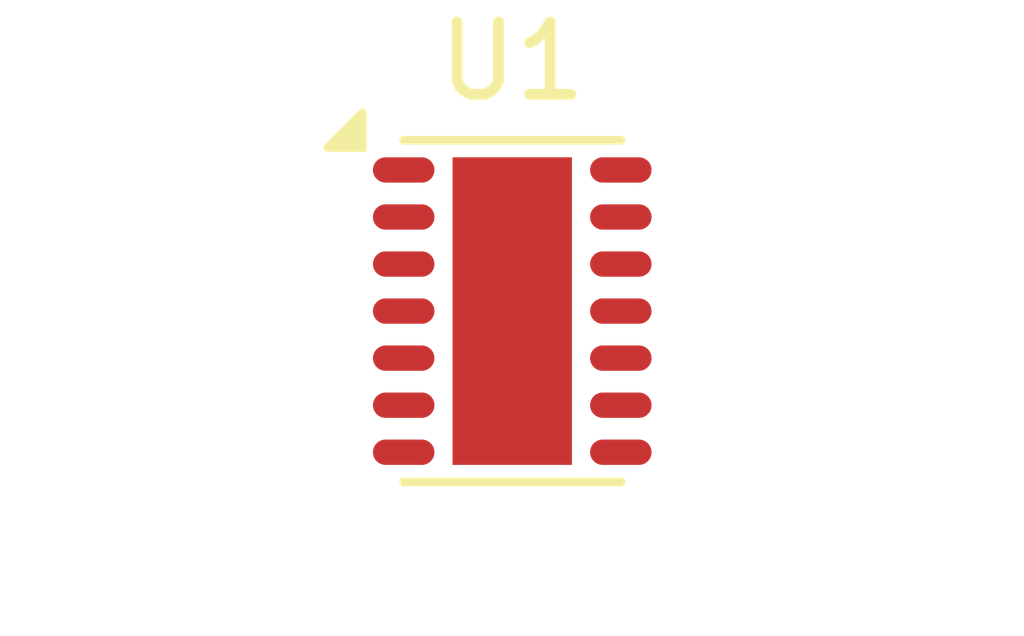
<source format=kicad_pcb>
(kicad_pcb (version 20241229) (generator "pcbnew") (generator_version "9.0")
  (layers (0 "F.Cu" signal) (2 "B.Cu" signal) (13 "F.Paste" user) (15 "B.Paste" user) (5 "F.SilkS" user "F.Silkscreen") (7 "B.SilkS" user "B.Silkscreen") (1 "F.Mask" user) (3 "B.Mask" user) (25 "Edge.Cuts" user))
  (net 0 "")
  (net 3 "Net-(U1-VSS-Pad15)")
  (footprint "Package_DFN_QFN:DFN-14-1EP_3x4.5mm_P0.65mm_EP1.65x4.25mm" (layer "F.Cu") (at 30.5 28.05)
    (property "Reference" "U1" (at 0 -3.45 0) (layer "F.SilkS"))
    (property "Value" "MCP2518FD-xQBB")
    (fp_line (start -1.5 2.36) (end 1.5 2.36) (stroke (width 0.12)) (layer "F.SilkS"))
    (fp_line (start 1.5 -2.36) (end -1.5 -2.36) (stroke (width 0.12)) (layer "F.SilkS"))
    (fp_poly (pts (xy -2.07 -2.26) (xy -2.55 -2.26) (xy -2.07 -2.74) (xy -2.07 -2.26)) (stroke (width 0.12)) (fill yes) (layer "F.SilkS"))
    (pad "1" smd oval (at -1.5 -1.95) (size 0.85 0.35) (layers "F.Cu" "F.Mask" "F.Paste"))
    (pad "2" smd oval (at -1.5 -1.3) (size 0.85 0.35) (layers "F.Cu" "F.Mask" "F.Paste"))
    (pad "3" smd oval (at -1.5 -0.65) (size 0.85 0.35) (layers "F.Cu" "F.Mask" "F.Paste"))
    (pad "4" smd oval (at -1.5 0) (size 0.85 0.35) (layers "F.Cu" "F.Mask" "F.Paste"))
    (pad "5" smd oval (at -1.5 0.65) (size 0.85 0.35) (layers "F.Cu" "F.Mask" "F.Paste"))
    (pad "6" smd oval (at -1.5 1.3) (size 0.85 0.35) (layers "F.Cu" "F.Mask" "F.Paste"))
    (pad "7" smd oval (at -1.5 1.95) (size 0.85 0.35) (layers "F.Cu" "F.Mask" "F.Paste") (net 3 "Net-(U1-VSS-Pad15)"))
    (pad "8" smd oval (at 1.5 1.95) (size 0.85 0.35) (layers "F.Cu" "F.Mask" "F.Paste"))
    (pad "9" smd oval (at 1.5 1.3) (size 0.85 0.35) (layers "F.Cu" "F.Mask" "F.Paste"))
    (pad "10" smd oval (at 1.5 0.65) (size 0.85 0.35) (layers "F.Cu" "F.Mask" "F.Paste"))
    (pad "11" smd oval (at 1.5 0) (size 0.85 0.35) (layers "F.Cu" "F.Mask" "F.Paste"))
    (pad "12" smd oval (at 1.5 -0.65) (size 0.85 0.35) (layers "F.Cu" "F.Mask" "F.Paste"))
    (pad "13" smd oval (at 1.5 -1.3) (size 0.85 0.35) (layers "F.Cu" "F.Mask" "F.Paste"))
    (pad "14" smd oval (at 1.5 -1.95) (size 0.85 0.35) (layers "F.Cu" "F.Mask" "F.Paste"))
    (pad "15" smd rect (at 0 0) (size 1.65 4.25) (layers "F.Cu" "F.Mask") (net 3 "Net-(U1-VSS-Pad15)"))
  )
)
</source>
